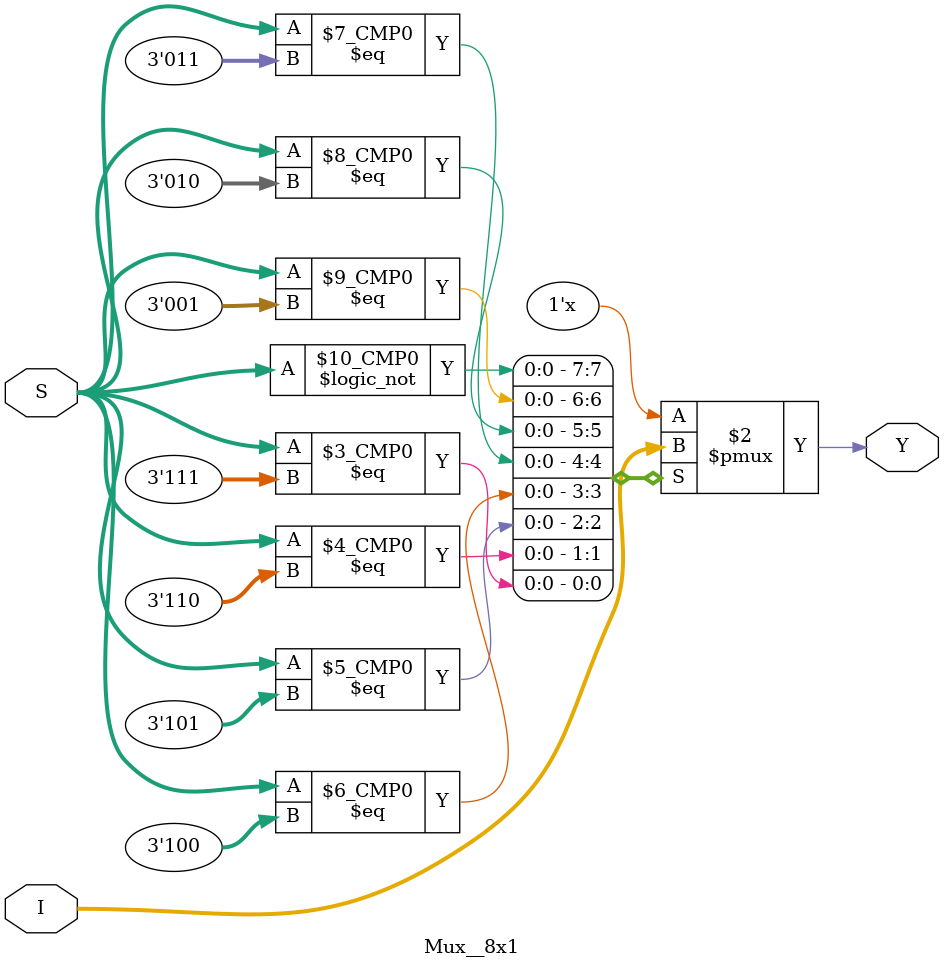
<source format=v>
`timescale 1ns / 1ps

module Mux__8x1(
    input [0:7] I,
    input [2:0] S,
    output reg Y
    );
always@(*)
begin
case({S[2],S[1],S[0]})
    3'b000: Y = I[0];
    3'b001: Y = I[1];
    3'b010: Y = I[2];
    3'b011: Y = I[3];
    3'b100: Y = I[4];
    3'b101: Y = I[5];
    3'b110: Y = I[6];
    3'b111: Y = I[7];

endcase
end
endmodule
</source>
